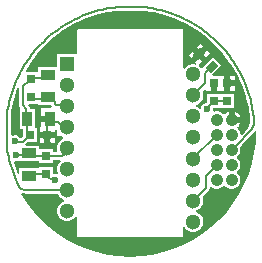
<source format=gtl>
G04*
G04 #@! TF.GenerationSoftware,Altium Limited,Altium Designer,21.2.0 (30)*
G04*
G04 Layer_Physical_Order=1*
G04 Layer_Color=255*
%FSLAX25Y25*%
%MOIN*%
G70*
G04*
G04 #@! TF.SameCoordinates,4DC21BA0-2D48-497D-8E21-FAA421B52516*
G04*
G04*
G04 #@! TF.FilePolarity,Positive*
G04*
G01*
G75*
%ADD12R,0.05118X0.03543*%
%ADD13R,0.03543X0.05118*%
%ADD14R,0.03150X0.03150*%
G04:AMPARAMS|DCode=15|XSize=23.62mil|YSize=35.43mil|CornerRadius=0mil|HoleSize=0mil|Usage=FLASHONLY|Rotation=135.000|XOffset=0mil|YOffset=0mil|HoleType=Round|Shape=Rectangle|*
%AMROTATEDRECTD15*
4,1,4,0.02088,0.00418,-0.00418,-0.02088,-0.02088,-0.00418,0.00418,0.02088,0.02088,0.00418,0.0*
%
%ADD15ROTATEDRECTD15*%

%ADD16R,0.03150X0.03150*%
%ADD26C,0.00787*%
%ADD27C,0.05118*%
%ADD28R,0.05118X0.05118*%
%ADD29C,0.04134*%
%ADD30C,0.02362*%
G36*
X7850Y39465D02*
X11680Y38505D01*
X15398Y37175D01*
X18968Y35487D01*
X22355Y33457D01*
X25527Y31104D01*
X28453Y28453D01*
X31104Y25527D01*
X32697Y23379D01*
X32727Y23307D01*
X33007Y22896D01*
X33028Y22846D01*
X33281Y22582D01*
X33341Y22506D01*
X33587Y22138D01*
X35487Y18968D01*
X37175Y15398D01*
X38505Y11680D01*
X38728Y10793D01*
X38728D01*
X39465Y7850D01*
X40044Y3944D01*
X40094Y2930D01*
X40098Y2517D01*
X40077Y2466D01*
X40088Y2438D01*
X40094Y2430D01*
X39343Y1025D01*
X38283Y-267D01*
X38238Y-297D01*
X37225Y-1309D01*
X36725Y-1102D01*
Y-1020D01*
X36530Y-291D01*
X36152Y363D01*
X35870Y645D01*
X35755Y1097D01*
X35892Y1299D01*
X36312Y1719D01*
X36716Y2419D01*
X36765Y2602D01*
X33858D01*
Y3602D01*
X32858D01*
Y6509D01*
X32675Y6460D01*
X31975Y6056D01*
X31555Y5636D01*
X31352Y5499D01*
X30901Y5614D01*
X30619Y5897D01*
X29965Y6274D01*
X29236Y6469D01*
X28481D01*
X28013Y6344D01*
X27645Y6763D01*
X27701Y6897D01*
Y7468D01*
X34658D01*
Y12217D01*
X25578D01*
Y9273D01*
X25326D01*
X24598Y8971D01*
X24041Y8414D01*
X23739Y7685D01*
Y7545D01*
X23239Y7338D01*
X23129Y7448D01*
X22364Y7890D01*
X21934Y8005D01*
Y8523D01*
X22364Y8638D01*
X23129Y9080D01*
X23755Y9705D01*
X24197Y10471D01*
X24426Y11326D01*
Y12210D01*
X24197Y13064D01*
X24156Y13136D01*
X24916Y13896D01*
X25378Y13704D01*
Y13173D01*
X26953D01*
Y15748D01*
X28953D01*
Y13173D01*
X31283D01*
Y15748D01*
Y18323D01*
X27627D01*
X27436Y18785D01*
X30406Y21755D01*
X27604Y24557D01*
X24158Y21111D01*
X23906Y20940D01*
X23527Y21066D01*
X23129Y21463D01*
X22857Y21621D01*
X22808Y22226D01*
X23846Y23264D01*
X23010Y24099D01*
X21758Y22846D01*
X22114Y22490D01*
X21855Y22042D01*
X21509Y22135D01*
X20625D01*
X19770Y21906D01*
X19004Y21463D01*
X18379Y20838D01*
X18249Y20612D01*
X17749Y20746D01*
Y33224D01*
X17687Y33536D01*
X17510Y33801D01*
X17245Y33978D01*
X16933Y34040D01*
X-16925D01*
X-17237Y33978D01*
X-17502Y33801D01*
X-17679Y33536D01*
X-17741Y33224D01*
Y25639D01*
X-24418D01*
Y21174D01*
X-30721D01*
Y19599D01*
X-34601D01*
X-34848Y20034D01*
X-33457Y22355D01*
X-31104Y25527D01*
X-28453Y28453D01*
X-27265Y29529D01*
X-25527Y31104D01*
X-22355Y33457D01*
X-18968Y35487D01*
X-15398Y37175D01*
X-11680Y38505D01*
X-7850Y39465D01*
X-4860Y39908D01*
X-4363Y39918D01*
X-4316Y39937D01*
X-4277Y39981D01*
X4370D01*
X7850Y39465D01*
D02*
G37*
G36*
X41988Y-213D02*
X41837Y-3660D01*
X41359Y-7293D01*
X40566Y-10870D01*
X39464Y-14364D01*
X38062Y-17749D01*
X36371Y-20999D01*
X34402Y-24089D01*
X32172Y-26995D01*
X29696Y-29696D01*
X26995Y-32172D01*
X24089Y-34402D01*
X20999Y-36371D01*
X17749Y-38062D01*
X14364Y-39464D01*
X10870Y-40566D01*
X7293Y-41359D01*
X3660Y-41837D01*
X0Y-41997D01*
X-3660Y-41837D01*
X-7293Y-41359D01*
X-10870Y-40566D01*
X-14364Y-39464D01*
X-17749Y-38062D01*
X-20999Y-36371D01*
X-24089Y-34402D01*
X-26995Y-32172D01*
X-29696Y-29696D01*
X-32172Y-26995D01*
X-34402Y-24089D01*
X-36253Y-21182D01*
X-35931Y-20758D01*
X-35680Y-20834D01*
X-34440Y-20956D01*
X-33952Y-21004D01*
X-33952Y-21004D01*
X-33460Y-20985D01*
X-24211D01*
X-24189Y-21064D01*
X-23747Y-21830D01*
X-23122Y-22456D01*
X-22356Y-22898D01*
X-21926Y-23013D01*
Y-23530D01*
X-22356Y-23645D01*
X-23122Y-24088D01*
X-23747Y-24713D01*
X-24189Y-25479D01*
X-24418Y-26333D01*
Y-27218D01*
X-24189Y-28072D01*
X-23747Y-28838D01*
X-23122Y-29463D01*
X-22356Y-29906D01*
X-21501Y-30135D01*
X-20617D01*
X-19762Y-29906D01*
X-18996Y-29463D01*
X-18371Y-28838D01*
X-18241Y-28613D01*
X-17741Y-28746D01*
Y-34728D01*
X-17679Y-35041D01*
X-17502Y-35305D01*
X-17237Y-35482D01*
X-16925Y-35544D01*
X16933D01*
X17245Y-35482D01*
X17510Y-35305D01*
X17687Y-35041D01*
X17749Y-34728D01*
Y-32250D01*
X18249Y-32116D01*
X18379Y-32342D01*
X19004Y-32967D01*
X19770Y-33410D01*
X20625Y-33639D01*
X21509D01*
X22364Y-33410D01*
X23129Y-32967D01*
X23755Y-32342D01*
X24197Y-31576D01*
X24426Y-30722D01*
Y-29837D01*
X24197Y-28983D01*
X23755Y-28217D01*
X23129Y-27592D01*
X22364Y-27149D01*
X21934Y-27034D01*
Y-26517D01*
X22364Y-26402D01*
X23129Y-25960D01*
X23755Y-25334D01*
X24197Y-24568D01*
X24426Y-23714D01*
Y-22829D01*
X24197Y-21975D01*
X24156Y-21904D01*
X26156Y-19904D01*
X26420Y-19509D01*
X26512Y-19043D01*
Y-18813D01*
X27012Y-18606D01*
X27098Y-18692D01*
X27752Y-19069D01*
X28481Y-19265D01*
X29236D01*
X29965Y-19069D01*
X30619Y-18692D01*
X31047Y-18263D01*
X31358Y-18200D01*
X31669Y-18263D01*
X32098Y-18692D01*
X32752Y-19069D01*
X33481Y-19265D01*
X34236D01*
X34965Y-19069D01*
X35619Y-18692D01*
X36152Y-18158D01*
X36530Y-17504D01*
X36725Y-16775D01*
Y-16020D01*
X36530Y-15291D01*
X36152Y-14637D01*
X35724Y-14209D01*
X35660Y-13898D01*
X35724Y-13587D01*
X36152Y-13158D01*
X36530Y-12504D01*
X36725Y-11775D01*
Y-11020D01*
X36530Y-10291D01*
X36152Y-9637D01*
X35724Y-9208D01*
X35660Y-8898D01*
X35724Y-8587D01*
X36152Y-8158D01*
X36530Y-7504D01*
X36725Y-6775D01*
Y-6020D01*
X36563Y-5414D01*
X36981Y-4996D01*
X37054Y-4998D01*
X37054Y-4998D01*
X37078Y-4988D01*
X37237Y-4776D01*
X37237Y-4776D01*
X37237Y-4776D01*
X37449Y-4618D01*
X37459Y-4594D01*
X37459Y-4594D01*
X37457Y-4520D01*
X39959Y-2018D01*
X39967Y-2026D01*
X41111Y-686D01*
X41494Y-62D01*
X41988Y-213D01*
D02*
G37*
G36*
X-37056Y14245D02*
Y8576D01*
X-36964Y8110D01*
X-36820Y7895D01*
X-36824Y7395D01*
X-36824Y7395D01*
X-36824Y7395D01*
Y676D01*
X-35839D01*
Y-2032D01*
X-36263Y-2455D01*
X-36753D01*
X-36779Y-2394D01*
X-37336Y-1836D01*
X-38064Y-1535D01*
X-38852D01*
X-39175Y-1668D01*
X-39675Y-1334D01*
Y6471D01*
X-39668Y6476D01*
X-39668D01*
X-39465Y7850D01*
X-38505Y11680D01*
X-37556Y14332D01*
X-37056Y14245D01*
D02*
G37*
G36*
X-30721Y8550D02*
X-26333D01*
X-26321Y8490D01*
X-26057Y8095D01*
X-26057Y8095D01*
X-26264Y7594D01*
X-29543D01*
Y5035D01*
X-26772D01*
Y3035D01*
X-29543D01*
Y1197D01*
X-30134D01*
Y-378D01*
X-24984D01*
Y222D01*
X-24484Y288D01*
X-24376Y-118D01*
X-24311Y-230D01*
Y-1378D01*
Y-1768D01*
X-22940D01*
X-22433Y-2061D01*
X-22313Y-2093D01*
Y-2610D01*
X-22356Y-2622D01*
X-23122Y-3064D01*
X-23747Y-3689D01*
X-24189Y-4455D01*
X-24418Y-5310D01*
Y-6194D01*
X-24270Y-6747D01*
X-24619Y-7248D01*
X-25676D01*
Y-6090D01*
X-30302D01*
Y-5007D01*
X-34708D01*
X-34864Y-4619D01*
X-34872Y-4507D01*
X-34118Y-3753D01*
X-31090D01*
Y997D01*
X-31680D01*
Y7395D01*
X-33377D01*
X-33454Y7780D01*
X-33718Y8175D01*
X-34025Y8482D01*
X-33833Y8944D01*
X-30721D01*
Y8550D01*
D02*
G37*
G36*
X-23192Y-9950D02*
X-23166Y-10117D01*
X-23747Y-10697D01*
X-24189Y-11463D01*
X-24418Y-12318D01*
Y-13202D01*
X-24189Y-14056D01*
X-24166Y-14097D01*
X-24514Y-14494D01*
X-24606Y-14456D01*
X-25394D01*
X-25676Y-14267D01*
Y-11995D01*
X-30426D01*
Y-12487D01*
X-37020D01*
Y-14346D01*
X-37521Y-14433D01*
X-38505Y-11680D01*
X-38794Y-10526D01*
X-38368Y-10171D01*
X-37655D01*
X-37244Y-10001D01*
X-37020Y-10150D01*
Y-10150D01*
X-30426D01*
Y-10839D01*
X-25676D01*
Y-9682D01*
X-23772D01*
Y-9692D01*
X-23372Y-9639D01*
X-23192Y-9950D01*
D02*
G37*
%LPC*%
G36*
X23428Y29015D02*
X22175Y27762D01*
X23010Y26927D01*
X24263Y28180D01*
X23428Y29015D01*
D02*
G37*
G36*
X25677Y26766D02*
X24425Y25513D01*
X25260Y24678D01*
X26513Y25931D01*
X25677Y26766D01*
D02*
G37*
G36*
X20761Y26348D02*
X19508Y25095D01*
X20344Y24260D01*
X21596Y25513D01*
X20761Y26348D01*
D02*
G37*
G36*
X34858Y18323D02*
X33283D01*
Y16748D01*
X34858D01*
Y18323D01*
D02*
G37*
G36*
Y14748D02*
X33283D01*
Y13173D01*
X34858D01*
Y14748D01*
D02*
G37*
G36*
X34858Y6509D02*
Y4602D01*
X36765D01*
X36716Y4786D01*
X36312Y5486D01*
X35741Y6056D01*
X35042Y6460D01*
X34858Y6509D01*
D02*
G37*
G36*
X-24984Y-2378D02*
X-26559D01*
Y-3953D01*
X-24984D01*
Y-2378D01*
D02*
G37*
G36*
X-28559D02*
X-30134D01*
Y-3953D01*
X-28559D01*
Y-2378D01*
D02*
G37*
%LPD*%
D12*
X-27362Y11122D02*
D03*
Y18602D02*
D03*
X-33661Y-7579D02*
D03*
Y-15059D02*
D03*
D13*
X-26772Y4035D02*
D03*
X-34252D02*
D03*
D14*
X27953Y9843D02*
D03*
Y15748D02*
D03*
X-33071Y11319D02*
D03*
Y17224D02*
D03*
X32283Y15748D02*
D03*
Y9843D02*
D03*
X-28051Y-8465D02*
D03*
Y-14370D02*
D03*
D15*
X23010Y25513D02*
D03*
X27186Y21337D02*
D03*
D16*
X-27559Y-1378D02*
D03*
X-33465D02*
D03*
D26*
X-23772Y-8465D02*
X-22734Y-8258D01*
X-21854Y-7670D01*
X-21265Y-6790D01*
X-21059Y-5752D01*
X-36823Y-18994D02*
X-36384Y-19369D01*
X-40882Y-6733D02*
X-40708Y-7715D01*
X-40511Y-8693D01*
X-40290Y-9666D01*
X-40045Y-10633D01*
X-39778Y-11594D01*
X-39487Y-12548D01*
X-39174Y-13495D01*
X-38838Y-14434D01*
X-38479Y-15365D01*
X-38098Y-16287D01*
X-37695Y-17199D01*
X-37270Y-18102D01*
X-36823Y-18994D01*
X-40892Y-6619D02*
X-40882Y-6733D01*
X-36378Y-19371D02*
X-35181Y-19668D01*
X-33952Y-19768D01*
X41357Y2512D02*
X41287Y3481D01*
X41194Y4449D01*
X41078Y5414D01*
X40940Y6376D01*
X40779Y7334D01*
X40595Y8289D01*
X40390Y9239D01*
X40162Y10184D01*
X39912Y11123D01*
X41304Y2179D02*
X41357Y2512D01*
X39099Y-1157D02*
X39773Y-411D01*
X40370Y399D01*
X40882Y1266D01*
X41304Y2179D01*
X36206Y-4051D02*
X36512Y-3746D01*
X36206Y-4051D02*
X36178Y-4078D01*
X36539Y-3717D02*
X36512Y-3746D01*
X33858Y23819D02*
X33752Y24031D01*
X39912Y11123D02*
X39634Y12077D01*
X39333Y13023D01*
X39009Y13963D01*
X38664Y14894D01*
X38295Y15816D01*
X37905Y16730D01*
X37493Y17634D01*
X37060Y18528D01*
X36605Y19411D01*
X36129Y20283D01*
X35632Y21143D01*
X35115Y21991D01*
X34578Y22827D01*
X34021Y23649D01*
X34021Y23649D02*
X33858Y23819D01*
X33752Y24031D02*
X33162Y24840D01*
X32552Y25633D01*
X31923Y26412D01*
X31276Y27176D01*
X30610Y27923D01*
X29927Y28654D01*
X29226Y29369D01*
X28508Y30066D01*
X27774Y30746D01*
X27023Y31408D01*
X26256Y32052D01*
X25475Y32676D01*
X24678Y33282D01*
X23867Y33869D01*
X23042Y34435D01*
X22203Y34982D01*
X21352Y35508D01*
X20488Y36013D01*
X19612Y36498D01*
X18725Y36961D01*
X17827Y37402D01*
X16918Y37822D01*
X15999Y38219D01*
X15071Y38595D01*
X14135Y38947D01*
X13190Y39277D01*
X12237Y39585D01*
X11278Y39869D01*
X10311Y40130D01*
X9339Y40367D01*
X8361Y40581D01*
X7379Y40771D01*
X6392Y40937D01*
X5401Y41080D01*
X4407Y41198D01*
X-4369D02*
X-4446Y41194D01*
X-28107Y30442D02*
X-28846Y29742D01*
X-29568Y29024D01*
X-30273Y28289D01*
X-30959Y27537D01*
X-31626Y26768D01*
X-32274Y25983D01*
X-32903Y25182D01*
X-33511Y24366D01*
X-34100Y23535D01*
X-34668Y22690D01*
X-35215Y21832D01*
X-35740Y20960D01*
X-36245Y20076D01*
X-36727Y19179D01*
X-37187Y18271D01*
X-37625Y17352D01*
X-38040Y16422D01*
X-38432Y15483D01*
X-38800Y14534D01*
X-39146Y13576D01*
X-39467Y12610D01*
X-39765Y11637D01*
X-40039Y10656D01*
X-40289Y9669D01*
X-40514Y8677D01*
X-40715Y7679D01*
X-40892Y6676D01*
X-4446Y41194D02*
X-5455Y41072D01*
X-6461Y40926D01*
X-7463Y40755D01*
X-8461Y40560D01*
X-9454Y40340D01*
X-10441Y40096D01*
X-11422Y39828D01*
X-12396Y39535D01*
X-13362Y39219D01*
X-14320Y38880D01*
X-15270Y38517D01*
X-16210Y38130D01*
X-17141Y37721D01*
X-18062Y37289D01*
X-18971Y36835D01*
X-19869Y36358D01*
X-20755Y35860D01*
X-21629Y35339D01*
X-22490Y34798D01*
X-23337Y34236D01*
X-24170Y33653D01*
X-24988Y33050D01*
X-25792Y32427D01*
X-26580Y31784D01*
X-27352Y31122D01*
X-28107Y30442D01*
X-35839Y8576D02*
Y15046D01*
X-34843Y16043D02*
X-34252D01*
X-35839Y15046D02*
X-34843Y16043D01*
X-34252D02*
X-32874Y17421D01*
X-27362D01*
X-26870Y-15619D02*
X-26353Y-16136D01*
X-28051Y-14370D02*
X-26870Y-15551D01*
Y-15619D02*
Y-15551D01*
X-26353Y-16136D02*
X-25301D01*
X-28051Y-8465D02*
X-23772D01*
X-21290Y8494D02*
X-21059Y8264D01*
X-25197Y8956D02*
Y9744D01*
X-24736Y8494D02*
X-21290D01*
X-25197Y8956D02*
X-24736Y8494D01*
X-27362Y11122D02*
X-26575D01*
X-25197Y9744D01*
X-34578Y4362D02*
X-34252Y4035D01*
X-34578Y4362D02*
Y7314D01*
X-35839Y8576D02*
X-34578Y7314D01*
X-27559Y-1378D02*
X-27515Y-1422D01*
Y-4487D02*
Y-1422D01*
X25720Y7292D02*
Y7610D01*
X27953Y9843D01*
X-38049Y-8190D02*
X-35827D01*
Y-8320D02*
Y-8190D01*
X-27559Y-1378D02*
Y3051D01*
X-38458Y-3516D02*
X-38302Y-3673D01*
X-35759D01*
X-33465Y-1378D01*
X-25301Y-16136D02*
X-25000Y-16437D01*
X-27756Y10728D02*
X-27362Y11122D01*
X-32480Y10728D02*
X-27756D01*
X-33071Y11319D02*
X-32480Y10728D01*
X-34252Y-591D02*
Y4035D01*
Y-591D02*
X-33465Y-1378D01*
X-36823Y-18994D02*
X-36823Y-18994D01*
X-36384Y-19369D02*
X-36378Y-19371D01*
X-40892Y-6619D02*
Y6676D01*
X-35827Y-8320D02*
X-33661Y-8366D01*
X39912Y11123D02*
X39912Y11123D01*
X41304Y2179D02*
X41304D01*
X36539Y-3717D02*
X39099Y-1157D01*
X36539Y-3717D02*
X36539Y-3717D01*
X33858Y-6398D02*
X36178Y-4078D01*
X34021Y23649D02*
X34021Y23649D01*
X-4369Y41198D02*
X4407D01*
X-33952Y-19768D02*
X-21059D01*
X21067Y11768D02*
X25098Y15799D01*
Y19249D02*
X27186Y21337D01*
X25098Y15799D02*
Y19249D01*
X25295Y-19043D02*
Y-14950D01*
X28847Y-11398D01*
X21067Y-23272D02*
X25295Y-19043D01*
X-24026Y3051D02*
X-22231Y1256D01*
X-27559Y3051D02*
X-24026D01*
X-22231Y1256D02*
X-21059D01*
X-27559Y3051D02*
X-27559Y3051D01*
X28847Y-11398D02*
X28858D01*
X21067Y-9256D02*
Y-9178D01*
X28847Y-1398D02*
X28858D01*
X21067Y-9178D02*
X28847Y-1398D01*
X-32480Y-14370D02*
X-28051D01*
Y-8465D02*
Y-8465D01*
X-32480Y-8465D02*
X-28051D01*
X27953Y9843D02*
X32283D01*
D27*
X21067Y-16264D02*
D03*
Y-9256D02*
D03*
Y-23272D02*
D03*
Y18776D02*
D03*
Y11768D02*
D03*
Y4760D02*
D03*
Y-2248D02*
D03*
Y-30279D02*
D03*
X-21059Y-26776D02*
D03*
Y-19768D02*
D03*
Y-12760D02*
D03*
Y-5752D02*
D03*
Y1256D02*
D03*
Y8264D02*
D03*
Y15272D02*
D03*
D28*
Y22279D02*
D03*
D29*
X28858Y-16398D02*
D03*
Y-11398D02*
D03*
Y-6398D02*
D03*
Y-1398D02*
D03*
Y3602D02*
D03*
X33858Y-16398D02*
D03*
Y-11398D02*
D03*
Y-6398D02*
D03*
Y-1398D02*
D03*
Y3602D02*
D03*
D30*
X-27515Y-4487D02*
D03*
X25720Y7292D02*
D03*
X-38049Y-8190D02*
D03*
X-38458Y-3516D02*
D03*
X-25000Y-16437D02*
D03*
X-26772Y24606D02*
D03*
M02*

</source>
